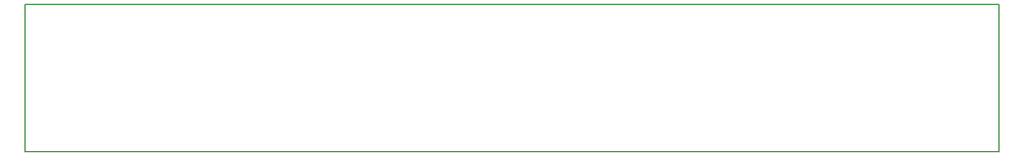
<source format=gbr>
%TF.GenerationSoftware,KiCad,Pcbnew,8.0.1*%
%TF.CreationDate,2025-01-25T17:14:54-05:00*%
%TF.ProjectId,carlights,6361726c-6967-4687-9473-2e6b69636164,rev?*%
%TF.SameCoordinates,Original*%
%TF.FileFunction,Profile,NP*%
%FSLAX46Y46*%
G04 Gerber Fmt 4.6, Leading zero omitted, Abs format (unit mm)*
G04 Created by KiCad (PCBNEW 8.0.1) date 2025-01-25 17:14:54*
%MOMM*%
%LPD*%
G01*
G04 APERTURE LIST*
%TA.AperFunction,Profile*%
%ADD10C,0.200000*%
%TD*%
G04 APERTURE END LIST*
D10*
X72300000Y-88750000D02*
X204200000Y-88750000D01*
X204200000Y-108750000D01*
X72300000Y-108750000D01*
X72300000Y-88750000D01*
M02*

</source>
